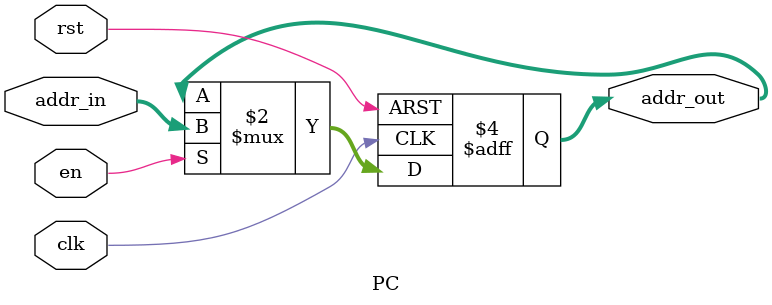
<source format=v>
module PC (
	input clk, en, rst,
	input [31:0] addr_in,
	output reg [31:0] addr_out
);

	always @(posedge clk or posedge rst) begin
		if(rst)
			addr_out <= 32'b0;
		else if(en)
			addr_out <= addr_in;
	end
endmodule 

</source>
